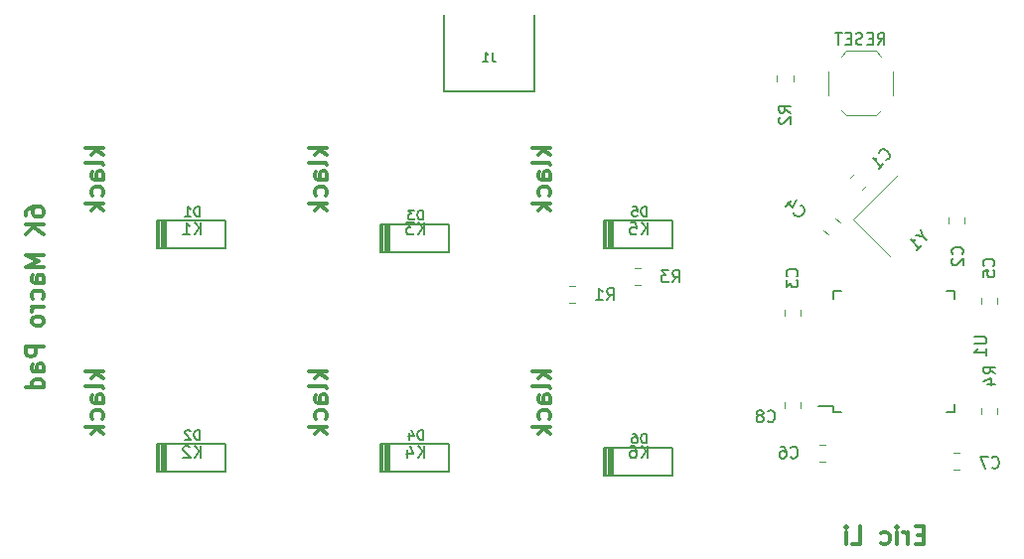
<source format=gbo>
%TF.GenerationSoftware,KiCad,Pcbnew,(5.1.6)-1*%
%TF.CreationDate,2020-07-25T03:11:20-04:00*%
%TF.ProjectId,myfirstKeyboard,6d796669-7273-4744-9b65-79626f617264,rev?*%
%TF.SameCoordinates,Original*%
%TF.FileFunction,Legend,Bot*%
%TF.FilePolarity,Positive*%
%FSLAX46Y46*%
G04 Gerber Fmt 4.6, Leading zero omitted, Abs format (unit mm)*
G04 Created by KiCad (PCBNEW (5.1.6)-1) date 2020-07-25 03:11:20*
%MOMM*%
%LPD*%
G01*
G04 APERTURE LIST*
%ADD10C,0.300000*%
%ADD11C,0.150000*%
%ADD12C,0.120000*%
%ADD13C,0.200000*%
%ADD14C,0.304800*%
%ADD15C,0.203200*%
G04 APERTURE END LIST*
D10*
X71568571Y-98374285D02*
X71568571Y-98088571D01*
X71640000Y-97945714D01*
X71711428Y-97874285D01*
X71925714Y-97731428D01*
X72211428Y-97660000D01*
X72782857Y-97660000D01*
X72925714Y-97731428D01*
X72997142Y-97802857D01*
X73068571Y-97945714D01*
X73068571Y-98231428D01*
X72997142Y-98374285D01*
X72925714Y-98445714D01*
X72782857Y-98517142D01*
X72425714Y-98517142D01*
X72282857Y-98445714D01*
X72211428Y-98374285D01*
X72140000Y-98231428D01*
X72140000Y-97945714D01*
X72211428Y-97802857D01*
X72282857Y-97731428D01*
X72425714Y-97660000D01*
X73068571Y-99160000D02*
X71568571Y-99160000D01*
X73068571Y-100017142D02*
X72211428Y-99374285D01*
X71568571Y-100017142D02*
X72425714Y-99160000D01*
X73068571Y-101802857D02*
X71568571Y-101802857D01*
X72640000Y-102302857D01*
X71568571Y-102802857D01*
X73068571Y-102802857D01*
X73068571Y-104160000D02*
X72282857Y-104160000D01*
X72140000Y-104088571D01*
X72068571Y-103945714D01*
X72068571Y-103660000D01*
X72140000Y-103517142D01*
X72997142Y-104160000D02*
X73068571Y-104017142D01*
X73068571Y-103660000D01*
X72997142Y-103517142D01*
X72854285Y-103445714D01*
X72711428Y-103445714D01*
X72568571Y-103517142D01*
X72497142Y-103660000D01*
X72497142Y-104017142D01*
X72425714Y-104160000D01*
X72997142Y-105517142D02*
X73068571Y-105374285D01*
X73068571Y-105088571D01*
X72997142Y-104945714D01*
X72925714Y-104874285D01*
X72782857Y-104802857D01*
X72354285Y-104802857D01*
X72211428Y-104874285D01*
X72140000Y-104945714D01*
X72068571Y-105088571D01*
X72068571Y-105374285D01*
X72140000Y-105517142D01*
X73068571Y-106160000D02*
X72068571Y-106160000D01*
X72354285Y-106160000D02*
X72211428Y-106231428D01*
X72140000Y-106302857D01*
X72068571Y-106445714D01*
X72068571Y-106588571D01*
X73068571Y-107302857D02*
X72997142Y-107160000D01*
X72925714Y-107088571D01*
X72782857Y-107017142D01*
X72354285Y-107017142D01*
X72211428Y-107088571D01*
X72140000Y-107160000D01*
X72068571Y-107302857D01*
X72068571Y-107517142D01*
X72140000Y-107660000D01*
X72211428Y-107731428D01*
X72354285Y-107802857D01*
X72782857Y-107802857D01*
X72925714Y-107731428D01*
X72997142Y-107660000D01*
X73068571Y-107517142D01*
X73068571Y-107302857D01*
X73068571Y-109588571D02*
X71568571Y-109588571D01*
X71568571Y-110160000D01*
X71640000Y-110302857D01*
X71711428Y-110374285D01*
X71854285Y-110445714D01*
X72068571Y-110445714D01*
X72211428Y-110374285D01*
X72282857Y-110302857D01*
X72354285Y-110160000D01*
X72354285Y-109588571D01*
X73068571Y-111731428D02*
X72282857Y-111731428D01*
X72140000Y-111660000D01*
X72068571Y-111517142D01*
X72068571Y-111231428D01*
X72140000Y-111088571D01*
X72997142Y-111731428D02*
X73068571Y-111588571D01*
X73068571Y-111231428D01*
X72997142Y-111088571D01*
X72854285Y-111017142D01*
X72711428Y-111017142D01*
X72568571Y-111088571D01*
X72497142Y-111231428D01*
X72497142Y-111588571D01*
X72425714Y-111731428D01*
X73068571Y-113088571D02*
X71568571Y-113088571D01*
X72997142Y-113088571D02*
X73068571Y-112945714D01*
X73068571Y-112660000D01*
X72997142Y-112517142D01*
X72925714Y-112445714D01*
X72782857Y-112374285D01*
X72354285Y-112374285D01*
X72211428Y-112445714D01*
X72140000Y-112517142D01*
X72068571Y-112660000D01*
X72068571Y-112945714D01*
X72140000Y-113088571D01*
X148101428Y-125622857D02*
X147601428Y-125622857D01*
X147387142Y-126408571D02*
X148101428Y-126408571D01*
X148101428Y-124908571D01*
X147387142Y-124908571D01*
X146744285Y-126408571D02*
X146744285Y-125408571D01*
X146744285Y-125694285D02*
X146672857Y-125551428D01*
X146601428Y-125480000D01*
X146458571Y-125408571D01*
X146315714Y-125408571D01*
X145815714Y-126408571D02*
X145815714Y-125408571D01*
X145815714Y-124908571D02*
X145887142Y-124980000D01*
X145815714Y-125051428D01*
X145744285Y-124980000D01*
X145815714Y-124908571D01*
X145815714Y-125051428D01*
X144458571Y-126337142D02*
X144601428Y-126408571D01*
X144887142Y-126408571D01*
X145030000Y-126337142D01*
X145101428Y-126265714D01*
X145172857Y-126122857D01*
X145172857Y-125694285D01*
X145101428Y-125551428D01*
X145030000Y-125480000D01*
X144887142Y-125408571D01*
X144601428Y-125408571D01*
X144458571Y-125480000D01*
X141958571Y-126408571D02*
X142672857Y-126408571D01*
X142672857Y-124908571D01*
X141458571Y-126408571D02*
X141458571Y-125408571D01*
X141458571Y-124908571D02*
X141530000Y-124980000D01*
X141458571Y-125051428D01*
X141387142Y-124980000D01*
X141458571Y-124908571D01*
X141458571Y-125051428D01*
D11*
%TO.C,U1*%
X140367000Y-115188750D02*
X140367000Y-114613750D01*
X150717000Y-115188750D02*
X150717000Y-114513750D01*
X150717000Y-104838750D02*
X150717000Y-105513750D01*
X140367000Y-104838750D02*
X140367000Y-105513750D01*
X140367000Y-115188750D02*
X141042000Y-115188750D01*
X140367000Y-104838750D02*
X141042000Y-104838750D01*
X150717000Y-104838750D02*
X150042000Y-104838750D01*
X150717000Y-115188750D02*
X150042000Y-115188750D01*
X140367000Y-114613750D02*
X139092000Y-114613750D01*
D12*
%TO.C,C1*%
X141807221Y-95186687D02*
X142176687Y-94817221D01*
X142811313Y-96190779D02*
X143180779Y-95821313D01*
%TO.C,C2*%
X151586000Y-99067252D02*
X151586000Y-98544748D01*
X150166000Y-99067252D02*
X150166000Y-98544748D01*
%TO.C,C3*%
X136196000Y-106932252D02*
X136196000Y-106409748D01*
X137616000Y-106932252D02*
X137616000Y-106409748D01*
%TO.C,C4*%
X140931995Y-99033903D02*
X140562529Y-98664437D01*
X139927903Y-100037995D02*
X139558437Y-99668529D01*
%TO.C,C5*%
X152960000Y-105916252D02*
X152960000Y-105393748D01*
X154380000Y-105916252D02*
X154380000Y-105393748D01*
%TO.C,C6*%
X139196068Y-119399120D02*
X139718572Y-119399120D01*
X139196068Y-117979120D02*
X139718572Y-117979120D01*
%TO.C,C7*%
X150614748Y-118670000D02*
X151137252Y-118670000D01*
X150614748Y-120090000D02*
X151137252Y-120090000D01*
%TO.C,C8*%
X136196000Y-114283748D02*
X136196000Y-114806252D01*
X137616000Y-114283748D02*
X137616000Y-114806252D01*
D13*
%TO.C,D1*%
X83450000Y-101212500D02*
X83450000Y-98812500D01*
X83275000Y-101212500D02*
X83275000Y-98812500D01*
X83100000Y-101212500D02*
X83100000Y-98812500D01*
X82700000Y-98812500D02*
X82700000Y-101212500D01*
X82925000Y-101212500D02*
X82925000Y-98812500D01*
X82800000Y-101212500D02*
X82800000Y-98812500D01*
X82725000Y-101212500D02*
X88525000Y-101212500D01*
X88525000Y-101212500D02*
X88525000Y-98812500D01*
X88525000Y-98812500D02*
X82725000Y-98812500D01*
%TO.C,D2*%
X88525000Y-117862500D02*
X82725000Y-117862500D01*
X88525000Y-120262500D02*
X88525000Y-117862500D01*
X82725000Y-120262500D02*
X88525000Y-120262500D01*
X82800000Y-120262500D02*
X82800000Y-117862500D01*
X82925000Y-120262500D02*
X82925000Y-117862500D01*
X82700000Y-117862500D02*
X82700000Y-120262500D01*
X83100000Y-120262500D02*
X83100000Y-117862500D01*
X83275000Y-120262500D02*
X83275000Y-117862500D01*
X83450000Y-120262500D02*
X83450000Y-117862500D01*
%TO.C,D3*%
X107575000Y-99130000D02*
X101775000Y-99130000D01*
X107575000Y-101530000D02*
X107575000Y-99130000D01*
X101775000Y-101530000D02*
X107575000Y-101530000D01*
X101850000Y-101530000D02*
X101850000Y-99130000D01*
X101975000Y-101530000D02*
X101975000Y-99130000D01*
X101750000Y-99130000D02*
X101750000Y-101530000D01*
X102150000Y-101530000D02*
X102150000Y-99130000D01*
X102325000Y-101530000D02*
X102325000Y-99130000D01*
X102500000Y-101530000D02*
X102500000Y-99130000D01*
%TO.C,D4*%
X102500000Y-120262500D02*
X102500000Y-117862500D01*
X102325000Y-120262500D02*
X102325000Y-117862500D01*
X102150000Y-120262500D02*
X102150000Y-117862500D01*
X101750000Y-117862500D02*
X101750000Y-120262500D01*
X101975000Y-120262500D02*
X101975000Y-117862500D01*
X101850000Y-120262500D02*
X101850000Y-117862500D01*
X101775000Y-120262500D02*
X107575000Y-120262500D01*
X107575000Y-120262500D02*
X107575000Y-117862500D01*
X107575000Y-117862500D02*
X101775000Y-117862500D01*
%TO.C,J1*%
X114875000Y-87776000D02*
X114875000Y-81276000D01*
X107175000Y-87776000D02*
X107175000Y-81276000D01*
X107175000Y-87776000D02*
X114875000Y-87776000D01*
D12*
%TO.C,R1*%
X118380252Y-104446000D02*
X117857748Y-104446000D01*
X118380252Y-105866000D02*
X117857748Y-105866000D01*
%TO.C,R2*%
X136981000Y-87011252D02*
X136981000Y-86488748D01*
X135561000Y-87011252D02*
X135561000Y-86488748D01*
%TO.C,R3*%
X123950252Y-104342000D02*
X123427748Y-104342000D01*
X123950252Y-102922000D02*
X123427748Y-102922000D01*
%TO.C,R4*%
X152960000Y-115323252D02*
X152960000Y-114800748D01*
X154380000Y-115323252D02*
X154380000Y-114800748D01*
%TO.C,RESET*%
X144423000Y-89417000D02*
X143973000Y-89867000D01*
X141023000Y-89417000D02*
X141473000Y-89867000D01*
X141023000Y-84817000D02*
X141473000Y-84367000D01*
X144423000Y-84817000D02*
X143973000Y-84367000D01*
X139973000Y-86117000D02*
X139973000Y-88117000D01*
X143973000Y-89867000D02*
X141473000Y-89867000D01*
X145473000Y-86117000D02*
X145473000Y-88117000D01*
X143973000Y-84367000D02*
X141473000Y-84367000D01*
D13*
%TO.C,D5*%
X121550000Y-101212500D02*
X121550000Y-98812500D01*
X121375000Y-101212500D02*
X121375000Y-98812500D01*
X121200000Y-101212500D02*
X121200000Y-98812500D01*
X120800000Y-98812500D02*
X120800000Y-101212500D01*
X121025000Y-101212500D02*
X121025000Y-98812500D01*
X120900000Y-101212500D02*
X120900000Y-98812500D01*
X120825000Y-101212500D02*
X126625000Y-101212500D01*
X126625000Y-101212500D02*
X126625000Y-98812500D01*
X126625000Y-98812500D02*
X120825000Y-98812500D01*
%TO.C,D6*%
X126625000Y-118180000D02*
X120825000Y-118180000D01*
X126625000Y-120580000D02*
X126625000Y-118180000D01*
X120825000Y-120580000D02*
X126625000Y-120580000D01*
X120900000Y-120580000D02*
X120900000Y-118180000D01*
X121025000Y-120580000D02*
X121025000Y-118180000D01*
X120800000Y-118180000D02*
X120800000Y-120580000D01*
X121200000Y-120580000D02*
X121200000Y-118180000D01*
X121375000Y-120580000D02*
X121375000Y-118180000D01*
X121550000Y-120580000D02*
X121550000Y-118180000D01*
D12*
%TO.C,Y1*%
X142077177Y-98778553D02*
X145895553Y-94960177D01*
X145188447Y-101889823D02*
X142077177Y-98778553D01*
%TO.C,U1*%
D11*
X152426420Y-108757815D02*
X153235944Y-108757815D01*
X153331182Y-108805434D01*
X153378801Y-108853053D01*
X153426420Y-108948291D01*
X153426420Y-109138767D01*
X153378801Y-109234005D01*
X153331182Y-109281624D01*
X153235944Y-109329243D01*
X152426420Y-109329243D01*
X153426420Y-110329243D02*
X153426420Y-109757815D01*
X153426420Y-110043529D02*
X152426420Y-110043529D01*
X152569278Y-109948291D01*
X152664516Y-109853053D01*
X152712135Y-109757815D01*
%TO.C,K6*%
D13*
X124563095Y-119070380D02*
X124563095Y-118070380D01*
X123991666Y-119070380D02*
X124420238Y-118498952D01*
X123991666Y-118070380D02*
X124563095Y-118641809D01*
X123134523Y-118070380D02*
X123325000Y-118070380D01*
X123420238Y-118118000D01*
X123467857Y-118165619D01*
X123563095Y-118308476D01*
X123610714Y-118498952D01*
X123610714Y-118879904D01*
X123563095Y-118975142D01*
X123515476Y-119022761D01*
X123420238Y-119070380D01*
X123229761Y-119070380D01*
X123134523Y-119022761D01*
X123086904Y-118975142D01*
X123039285Y-118879904D01*
X123039285Y-118641809D01*
X123086904Y-118546571D01*
X123134523Y-118498952D01*
X123229761Y-118451333D01*
X123420238Y-118451333D01*
X123515476Y-118498952D01*
X123563095Y-118546571D01*
X123610714Y-118641809D01*
D14*
X116259428Y-111687428D02*
X114735428Y-111687428D01*
X115678857Y-111832571D02*
X116259428Y-112268000D01*
X115243428Y-112268000D02*
X115824000Y-111687428D01*
X116259428Y-113138857D02*
X116186857Y-112993714D01*
X116041714Y-112921142D01*
X114735428Y-112921142D01*
X116259428Y-114372571D02*
X115461142Y-114372571D01*
X115316000Y-114300000D01*
X115243428Y-114154857D01*
X115243428Y-113864571D01*
X115316000Y-113719428D01*
X116186857Y-114372571D02*
X116259428Y-114227428D01*
X116259428Y-113864571D01*
X116186857Y-113719428D01*
X116041714Y-113646857D01*
X115896571Y-113646857D01*
X115751428Y-113719428D01*
X115678857Y-113864571D01*
X115678857Y-114227428D01*
X115606285Y-114372571D01*
X116186857Y-115751428D02*
X116259428Y-115606285D01*
X116259428Y-115316000D01*
X116186857Y-115170857D01*
X116114285Y-115098285D01*
X115969142Y-115025714D01*
X115533714Y-115025714D01*
X115388571Y-115098285D01*
X115316000Y-115170857D01*
X115243428Y-115316000D01*
X115243428Y-115606285D01*
X115316000Y-115751428D01*
X116259428Y-116404571D02*
X114735428Y-116404571D01*
X115678857Y-116549714D02*
X116259428Y-116985142D01*
X115243428Y-116985142D02*
X115824000Y-116404571D01*
%TO.C,K5*%
D13*
X124563095Y-100020380D02*
X124563095Y-99020380D01*
X123991666Y-100020380D02*
X124420238Y-99448952D01*
X123991666Y-99020380D02*
X124563095Y-99591809D01*
X123086904Y-99020380D02*
X123563095Y-99020380D01*
X123610714Y-99496571D01*
X123563095Y-99448952D01*
X123467857Y-99401333D01*
X123229761Y-99401333D01*
X123134523Y-99448952D01*
X123086904Y-99496571D01*
X123039285Y-99591809D01*
X123039285Y-99829904D01*
X123086904Y-99925142D01*
X123134523Y-99972761D01*
X123229761Y-100020380D01*
X123467857Y-100020380D01*
X123563095Y-99972761D01*
X123610714Y-99925142D01*
D14*
X116259428Y-92637428D02*
X114735428Y-92637428D01*
X115678857Y-92782571D02*
X116259428Y-93218000D01*
X115243428Y-93218000D02*
X115824000Y-92637428D01*
X116259428Y-94088857D02*
X116186857Y-93943714D01*
X116041714Y-93871142D01*
X114735428Y-93871142D01*
X116259428Y-95322571D02*
X115461142Y-95322571D01*
X115316000Y-95250000D01*
X115243428Y-95104857D01*
X115243428Y-94814571D01*
X115316000Y-94669428D01*
X116186857Y-95322571D02*
X116259428Y-95177428D01*
X116259428Y-94814571D01*
X116186857Y-94669428D01*
X116041714Y-94596857D01*
X115896571Y-94596857D01*
X115751428Y-94669428D01*
X115678857Y-94814571D01*
X115678857Y-95177428D01*
X115606285Y-95322571D01*
X116186857Y-96701428D02*
X116259428Y-96556285D01*
X116259428Y-96266000D01*
X116186857Y-96120857D01*
X116114285Y-96048285D01*
X115969142Y-95975714D01*
X115533714Y-95975714D01*
X115388571Y-96048285D01*
X115316000Y-96120857D01*
X115243428Y-96266000D01*
X115243428Y-96556285D01*
X115316000Y-96701428D01*
X116259428Y-97354571D02*
X114735428Y-97354571D01*
X115678857Y-97499714D02*
X116259428Y-97935142D01*
X115243428Y-97935142D02*
X115824000Y-97354571D01*
%TO.C,K4*%
D13*
X105513095Y-119070380D02*
X105513095Y-118070380D01*
X104941666Y-119070380D02*
X105370238Y-118498952D01*
X104941666Y-118070380D02*
X105513095Y-118641809D01*
X104084523Y-118403714D02*
X104084523Y-119070380D01*
X104322619Y-118022761D02*
X104560714Y-118737047D01*
X103941666Y-118737047D01*
D14*
X97209428Y-111687428D02*
X95685428Y-111687428D01*
X96628857Y-111832571D02*
X97209428Y-112268000D01*
X96193428Y-112268000D02*
X96774000Y-111687428D01*
X97209428Y-113138857D02*
X97136857Y-112993714D01*
X96991714Y-112921142D01*
X95685428Y-112921142D01*
X97209428Y-114372571D02*
X96411142Y-114372571D01*
X96266000Y-114300000D01*
X96193428Y-114154857D01*
X96193428Y-113864571D01*
X96266000Y-113719428D01*
X97136857Y-114372571D02*
X97209428Y-114227428D01*
X97209428Y-113864571D01*
X97136857Y-113719428D01*
X96991714Y-113646857D01*
X96846571Y-113646857D01*
X96701428Y-113719428D01*
X96628857Y-113864571D01*
X96628857Y-114227428D01*
X96556285Y-114372571D01*
X97136857Y-115751428D02*
X97209428Y-115606285D01*
X97209428Y-115316000D01*
X97136857Y-115170857D01*
X97064285Y-115098285D01*
X96919142Y-115025714D01*
X96483714Y-115025714D01*
X96338571Y-115098285D01*
X96266000Y-115170857D01*
X96193428Y-115316000D01*
X96193428Y-115606285D01*
X96266000Y-115751428D01*
X97209428Y-116404571D02*
X95685428Y-116404571D01*
X96628857Y-116549714D02*
X97209428Y-116985142D01*
X96193428Y-116985142D02*
X96774000Y-116404571D01*
%TO.C,K1*%
D13*
X86463095Y-100020380D02*
X86463095Y-99020380D01*
X85891666Y-100020380D02*
X86320238Y-99448952D01*
X85891666Y-99020380D02*
X86463095Y-99591809D01*
X84939285Y-100020380D02*
X85510714Y-100020380D01*
X85225000Y-100020380D02*
X85225000Y-99020380D01*
X85320238Y-99163238D01*
X85415476Y-99258476D01*
X85510714Y-99306095D01*
D14*
X78159428Y-92637428D02*
X76635428Y-92637428D01*
X77578857Y-92782571D02*
X78159428Y-93218000D01*
X77143428Y-93218000D02*
X77724000Y-92637428D01*
X78159428Y-94088857D02*
X78086857Y-93943714D01*
X77941714Y-93871142D01*
X76635428Y-93871142D01*
X78159428Y-95322571D02*
X77361142Y-95322571D01*
X77216000Y-95250000D01*
X77143428Y-95104857D01*
X77143428Y-94814571D01*
X77216000Y-94669428D01*
X78086857Y-95322571D02*
X78159428Y-95177428D01*
X78159428Y-94814571D01*
X78086857Y-94669428D01*
X77941714Y-94596857D01*
X77796571Y-94596857D01*
X77651428Y-94669428D01*
X77578857Y-94814571D01*
X77578857Y-95177428D01*
X77506285Y-95322571D01*
X78086857Y-96701428D02*
X78159428Y-96556285D01*
X78159428Y-96266000D01*
X78086857Y-96120857D01*
X78014285Y-96048285D01*
X77869142Y-95975714D01*
X77433714Y-95975714D01*
X77288571Y-96048285D01*
X77216000Y-96120857D01*
X77143428Y-96266000D01*
X77143428Y-96556285D01*
X77216000Y-96701428D01*
X78159428Y-97354571D02*
X76635428Y-97354571D01*
X77578857Y-97499714D02*
X78159428Y-97935142D01*
X77143428Y-97935142D02*
X77724000Y-97354571D01*
%TO.C,K2*%
D13*
X86463095Y-119070380D02*
X86463095Y-118070380D01*
X85891666Y-119070380D02*
X86320238Y-118498952D01*
X85891666Y-118070380D02*
X86463095Y-118641809D01*
X85510714Y-118165619D02*
X85463095Y-118118000D01*
X85367857Y-118070380D01*
X85129761Y-118070380D01*
X85034523Y-118118000D01*
X84986904Y-118165619D01*
X84939285Y-118260857D01*
X84939285Y-118356095D01*
X84986904Y-118498952D01*
X85558333Y-119070380D01*
X84939285Y-119070380D01*
D14*
X78159428Y-111687428D02*
X76635428Y-111687428D01*
X77578857Y-111832571D02*
X78159428Y-112268000D01*
X77143428Y-112268000D02*
X77724000Y-111687428D01*
X78159428Y-113138857D02*
X78086857Y-112993714D01*
X77941714Y-112921142D01*
X76635428Y-112921142D01*
X78159428Y-114372571D02*
X77361142Y-114372571D01*
X77216000Y-114300000D01*
X77143428Y-114154857D01*
X77143428Y-113864571D01*
X77216000Y-113719428D01*
X78086857Y-114372571D02*
X78159428Y-114227428D01*
X78159428Y-113864571D01*
X78086857Y-113719428D01*
X77941714Y-113646857D01*
X77796571Y-113646857D01*
X77651428Y-113719428D01*
X77578857Y-113864571D01*
X77578857Y-114227428D01*
X77506285Y-114372571D01*
X78086857Y-115751428D02*
X78159428Y-115606285D01*
X78159428Y-115316000D01*
X78086857Y-115170857D01*
X78014285Y-115098285D01*
X77869142Y-115025714D01*
X77433714Y-115025714D01*
X77288571Y-115098285D01*
X77216000Y-115170857D01*
X77143428Y-115316000D01*
X77143428Y-115606285D01*
X77216000Y-115751428D01*
X78159428Y-116404571D02*
X76635428Y-116404571D01*
X77578857Y-116549714D02*
X78159428Y-116985142D01*
X77143428Y-116985142D02*
X77724000Y-116404571D01*
%TO.C,C1*%
D11*
X144833681Y-93669395D02*
X144901024Y-93669395D01*
X145035711Y-93602051D01*
X145103055Y-93534708D01*
X145170398Y-93400020D01*
X145170398Y-93265333D01*
X145136727Y-93164318D01*
X145035711Y-92995959D01*
X144934696Y-92894944D01*
X144766337Y-92793929D01*
X144665322Y-92760257D01*
X144530635Y-92760257D01*
X144395948Y-92827601D01*
X144328604Y-92894944D01*
X144261261Y-93029631D01*
X144261261Y-93096975D01*
X144227589Y-94410173D02*
X144631650Y-94006112D01*
X144429620Y-94208143D02*
X143722513Y-93501036D01*
X143890872Y-93534708D01*
X144025559Y-93534708D01*
X144126574Y-93501036D01*
%TO.C,C2*%
X151360142Y-101687333D02*
X151407761Y-101639714D01*
X151455380Y-101496857D01*
X151455380Y-101401619D01*
X151407761Y-101258761D01*
X151312523Y-101163523D01*
X151217285Y-101115904D01*
X151026809Y-101068285D01*
X150883952Y-101068285D01*
X150693476Y-101115904D01*
X150598238Y-101163523D01*
X150503000Y-101258761D01*
X150455380Y-101401619D01*
X150455380Y-101496857D01*
X150503000Y-101639714D01*
X150550619Y-101687333D01*
X150550619Y-102068285D02*
X150503000Y-102115904D01*
X150455380Y-102211142D01*
X150455380Y-102449238D01*
X150503000Y-102544476D01*
X150550619Y-102592095D01*
X150645857Y-102639714D01*
X150741095Y-102639714D01*
X150883952Y-102592095D01*
X151455380Y-102020666D01*
X151455380Y-102639714D01*
%TO.C,C3*%
X137263142Y-103574333D02*
X137310761Y-103526714D01*
X137358380Y-103383857D01*
X137358380Y-103288619D01*
X137310761Y-103145761D01*
X137215523Y-103050523D01*
X137120285Y-103002904D01*
X136929809Y-102955285D01*
X136786952Y-102955285D01*
X136596476Y-103002904D01*
X136501238Y-103050523D01*
X136406000Y-103145761D01*
X136358380Y-103288619D01*
X136358380Y-103383857D01*
X136406000Y-103526714D01*
X136453619Y-103574333D01*
X136358380Y-103907666D02*
X136358380Y-104526714D01*
X136739333Y-104193380D01*
X136739333Y-104336238D01*
X136786952Y-104431476D01*
X136834571Y-104479095D01*
X136929809Y-104526714D01*
X137167904Y-104526714D01*
X137263142Y-104479095D01*
X137310761Y-104431476D01*
X137358380Y-104336238D01*
X137358380Y-104050523D01*
X137310761Y-103955285D01*
X137263142Y-103907666D01*
%TO.C,C4*%
X137025312Y-98160389D02*
X137025312Y-98227732D01*
X137092656Y-98362419D01*
X137160000Y-98429763D01*
X137294687Y-98497106D01*
X137429374Y-98497106D01*
X137530389Y-98463435D01*
X137698748Y-98362419D01*
X137799763Y-98261404D01*
X137900778Y-98093045D01*
X137934450Y-97992030D01*
X137934450Y-97857343D01*
X137867106Y-97722656D01*
X137799763Y-97655312D01*
X137665076Y-97587969D01*
X137597732Y-97587969D01*
X136823282Y-97150236D02*
X136351877Y-97621641D01*
X137261015Y-97049221D02*
X136924297Y-97722656D01*
X136486564Y-97284923D01*
%TO.C,C5*%
X154027142Y-102703333D02*
X154074761Y-102655714D01*
X154122380Y-102512857D01*
X154122380Y-102417619D01*
X154074761Y-102274761D01*
X153979523Y-102179523D01*
X153884285Y-102131904D01*
X153693809Y-102084285D01*
X153550952Y-102084285D01*
X153360476Y-102131904D01*
X153265238Y-102179523D01*
X153170000Y-102274761D01*
X153122380Y-102417619D01*
X153122380Y-102512857D01*
X153170000Y-102655714D01*
X153217619Y-102703333D01*
X153122380Y-103608095D02*
X153122380Y-103131904D01*
X153598571Y-103084285D01*
X153550952Y-103131904D01*
X153503333Y-103227142D01*
X153503333Y-103465238D01*
X153550952Y-103560476D01*
X153598571Y-103608095D01*
X153693809Y-103655714D01*
X153931904Y-103655714D01*
X154027142Y-103608095D01*
X154074761Y-103560476D01*
X154122380Y-103465238D01*
X154122380Y-103227142D01*
X154074761Y-103131904D01*
X154027142Y-103084285D01*
%TO.C,C6*%
X136737386Y-119010702D02*
X136785005Y-119058321D01*
X136927862Y-119105940D01*
X137023100Y-119105940D01*
X137165958Y-119058321D01*
X137261196Y-118963083D01*
X137308815Y-118867845D01*
X137356434Y-118677369D01*
X137356434Y-118534512D01*
X137308815Y-118344036D01*
X137261196Y-118248798D01*
X137165958Y-118153560D01*
X137023100Y-118105940D01*
X136927862Y-118105940D01*
X136785005Y-118153560D01*
X136737386Y-118201179D01*
X135880243Y-118105940D02*
X136070720Y-118105940D01*
X136165958Y-118153560D01*
X136213577Y-118201179D01*
X136308815Y-118344036D01*
X136356434Y-118534512D01*
X136356434Y-118915464D01*
X136308815Y-119010702D01*
X136261196Y-119058321D01*
X136165958Y-119105940D01*
X135975481Y-119105940D01*
X135880243Y-119058321D01*
X135832624Y-119010702D01*
X135785005Y-118915464D01*
X135785005Y-118677369D01*
X135832624Y-118582131D01*
X135880243Y-118534512D01*
X135975481Y-118486893D01*
X136165958Y-118486893D01*
X136261196Y-118534512D01*
X136308815Y-118582131D01*
X136356434Y-118677369D01*
%TO.C,C7*%
X153892546Y-119864142D02*
X153940165Y-119911761D01*
X154083022Y-119959380D01*
X154178260Y-119959380D01*
X154321118Y-119911761D01*
X154416356Y-119816523D01*
X154463975Y-119721285D01*
X154511594Y-119530809D01*
X154511594Y-119387952D01*
X154463975Y-119197476D01*
X154416356Y-119102238D01*
X154321118Y-119007000D01*
X154178260Y-118959380D01*
X154083022Y-118959380D01*
X153940165Y-119007000D01*
X153892546Y-119054619D01*
X153559213Y-118959380D02*
X152892546Y-118959380D01*
X153321118Y-119959380D01*
%TO.C,C8*%
X134786666Y-115927142D02*
X134834285Y-115974761D01*
X134977142Y-116022380D01*
X135072380Y-116022380D01*
X135215238Y-115974761D01*
X135310476Y-115879523D01*
X135358095Y-115784285D01*
X135405714Y-115593809D01*
X135405714Y-115450952D01*
X135358095Y-115260476D01*
X135310476Y-115165238D01*
X135215238Y-115070000D01*
X135072380Y-115022380D01*
X134977142Y-115022380D01*
X134834285Y-115070000D01*
X134786666Y-115117619D01*
X134215238Y-115450952D02*
X134310476Y-115403333D01*
X134358095Y-115355714D01*
X134405714Y-115260476D01*
X134405714Y-115212857D01*
X134358095Y-115117619D01*
X134310476Y-115070000D01*
X134215238Y-115022380D01*
X134024761Y-115022380D01*
X133929523Y-115070000D01*
X133881904Y-115117619D01*
X133834285Y-115212857D01*
X133834285Y-115260476D01*
X133881904Y-115355714D01*
X133929523Y-115403333D01*
X134024761Y-115450952D01*
X134215238Y-115450952D01*
X134310476Y-115498571D01*
X134358095Y-115546190D01*
X134405714Y-115641428D01*
X134405714Y-115831904D01*
X134358095Y-115927142D01*
X134310476Y-115974761D01*
X134215238Y-116022380D01*
X134024761Y-116022380D01*
X133929523Y-115974761D01*
X133881904Y-115927142D01*
X133834285Y-115831904D01*
X133834285Y-115641428D01*
X133881904Y-115546190D01*
X133929523Y-115498571D01*
X134024761Y-115450952D01*
%TO.C,D1*%
X86315476Y-98449404D02*
X86315476Y-97649404D01*
X86125000Y-97649404D01*
X86010714Y-97687500D01*
X85934523Y-97763690D01*
X85896428Y-97839880D01*
X85858333Y-97992261D01*
X85858333Y-98106547D01*
X85896428Y-98258928D01*
X85934523Y-98335119D01*
X86010714Y-98411309D01*
X86125000Y-98449404D01*
X86315476Y-98449404D01*
X85096428Y-98449404D02*
X85553571Y-98449404D01*
X85325000Y-98449404D02*
X85325000Y-97649404D01*
X85401190Y-97763690D01*
X85477380Y-97839880D01*
X85553571Y-97877976D01*
%TO.C,D2*%
X86315476Y-117499404D02*
X86315476Y-116699404D01*
X86125000Y-116699404D01*
X86010714Y-116737500D01*
X85934523Y-116813690D01*
X85896428Y-116889880D01*
X85858333Y-117042261D01*
X85858333Y-117156547D01*
X85896428Y-117308928D01*
X85934523Y-117385119D01*
X86010714Y-117461309D01*
X86125000Y-117499404D01*
X86315476Y-117499404D01*
X85553571Y-116775595D02*
X85515476Y-116737500D01*
X85439285Y-116699404D01*
X85248809Y-116699404D01*
X85172619Y-116737500D01*
X85134523Y-116775595D01*
X85096428Y-116851785D01*
X85096428Y-116927976D01*
X85134523Y-117042261D01*
X85591666Y-117499404D01*
X85096428Y-117499404D01*
%TO.C,D3*%
X105365476Y-98766904D02*
X105365476Y-97966904D01*
X105175000Y-97966904D01*
X105060714Y-98005000D01*
X104984523Y-98081190D01*
X104946428Y-98157380D01*
X104908333Y-98309761D01*
X104908333Y-98424047D01*
X104946428Y-98576428D01*
X104984523Y-98652619D01*
X105060714Y-98728809D01*
X105175000Y-98766904D01*
X105365476Y-98766904D01*
X104641666Y-97966904D02*
X104146428Y-97966904D01*
X104413095Y-98271666D01*
X104298809Y-98271666D01*
X104222619Y-98309761D01*
X104184523Y-98347857D01*
X104146428Y-98424047D01*
X104146428Y-98614523D01*
X104184523Y-98690714D01*
X104222619Y-98728809D01*
X104298809Y-98766904D01*
X104527380Y-98766904D01*
X104603571Y-98728809D01*
X104641666Y-98690714D01*
%TO.C,D4*%
X105365476Y-117499404D02*
X105365476Y-116699404D01*
X105175000Y-116699404D01*
X105060714Y-116737500D01*
X104984523Y-116813690D01*
X104946428Y-116889880D01*
X104908333Y-117042261D01*
X104908333Y-117156547D01*
X104946428Y-117308928D01*
X104984523Y-117385119D01*
X105060714Y-117461309D01*
X105175000Y-117499404D01*
X105365476Y-117499404D01*
X104222619Y-116966071D02*
X104222619Y-117499404D01*
X104413095Y-116661309D02*
X104603571Y-117232738D01*
X104108333Y-117232738D01*
%TO.C,J1*%
D15*
X111295933Y-84480895D02*
X111295933Y-85061466D01*
X111334638Y-85177580D01*
X111412047Y-85254990D01*
X111528161Y-85293695D01*
X111605571Y-85293695D01*
X110483133Y-85293695D02*
X110947590Y-85293695D01*
X110715361Y-85293695D02*
X110715361Y-84480895D01*
X110792771Y-84597009D01*
X110870180Y-84674419D01*
X110947590Y-84713123D01*
%TO.C,K3*%
D13*
X105513095Y-100020380D02*
X105513095Y-99020380D01*
X104941666Y-100020380D02*
X105370238Y-99448952D01*
X104941666Y-99020380D02*
X105513095Y-99591809D01*
X104608333Y-99020380D02*
X103989285Y-99020380D01*
X104322619Y-99401333D01*
X104179761Y-99401333D01*
X104084523Y-99448952D01*
X104036904Y-99496571D01*
X103989285Y-99591809D01*
X103989285Y-99829904D01*
X104036904Y-99925142D01*
X104084523Y-99972761D01*
X104179761Y-100020380D01*
X104465476Y-100020380D01*
X104560714Y-99972761D01*
X104608333Y-99925142D01*
D14*
X97209428Y-92637428D02*
X95685428Y-92637428D01*
X96628857Y-92782571D02*
X97209428Y-93218000D01*
X96193428Y-93218000D02*
X96774000Y-92637428D01*
X97209428Y-94088857D02*
X97136857Y-93943714D01*
X96991714Y-93871142D01*
X95685428Y-93871142D01*
X97209428Y-95322571D02*
X96411142Y-95322571D01*
X96266000Y-95250000D01*
X96193428Y-95104857D01*
X96193428Y-94814571D01*
X96266000Y-94669428D01*
X97136857Y-95322571D02*
X97209428Y-95177428D01*
X97209428Y-94814571D01*
X97136857Y-94669428D01*
X96991714Y-94596857D01*
X96846571Y-94596857D01*
X96701428Y-94669428D01*
X96628857Y-94814571D01*
X96628857Y-95177428D01*
X96556285Y-95322571D01*
X97136857Y-96701428D02*
X97209428Y-96556285D01*
X97209428Y-96266000D01*
X97136857Y-96120857D01*
X97064285Y-96048285D01*
X96919142Y-95975714D01*
X96483714Y-95975714D01*
X96338571Y-96048285D01*
X96266000Y-96120857D01*
X96193428Y-96266000D01*
X96193428Y-96556285D01*
X96266000Y-96701428D01*
X97209428Y-97354571D02*
X95685428Y-97354571D01*
X96628857Y-97499714D02*
X97209428Y-97935142D01*
X96193428Y-97935142D02*
X96774000Y-97354571D01*
%TO.C,R1*%
D11*
X121088666Y-105608380D02*
X121422000Y-105132190D01*
X121660095Y-105608380D02*
X121660095Y-104608380D01*
X121279142Y-104608380D01*
X121183904Y-104656000D01*
X121136285Y-104703619D01*
X121088666Y-104798857D01*
X121088666Y-104941714D01*
X121136285Y-105036952D01*
X121183904Y-105084571D01*
X121279142Y-105132190D01*
X121660095Y-105132190D01*
X120136285Y-105608380D02*
X120707714Y-105608380D01*
X120422000Y-105608380D02*
X120422000Y-104608380D01*
X120517238Y-104751238D01*
X120612476Y-104846476D01*
X120707714Y-104894095D01*
%TO.C,R2*%
X136723380Y-89640333D02*
X136247190Y-89307000D01*
X136723380Y-89068904D02*
X135723380Y-89068904D01*
X135723380Y-89449857D01*
X135771000Y-89545095D01*
X135818619Y-89592714D01*
X135913857Y-89640333D01*
X136056714Y-89640333D01*
X136151952Y-89592714D01*
X136199571Y-89545095D01*
X136247190Y-89449857D01*
X136247190Y-89068904D01*
X135818619Y-90021285D02*
X135771000Y-90068904D01*
X135723380Y-90164142D01*
X135723380Y-90402238D01*
X135771000Y-90497476D01*
X135818619Y-90545095D01*
X135913857Y-90592714D01*
X136009095Y-90592714D01*
X136151952Y-90545095D01*
X136723380Y-89973666D01*
X136723380Y-90592714D01*
%TO.C,R3*%
X126658666Y-104084380D02*
X126992000Y-103608190D01*
X127230095Y-104084380D02*
X127230095Y-103084380D01*
X126849142Y-103084380D01*
X126753904Y-103132000D01*
X126706285Y-103179619D01*
X126658666Y-103274857D01*
X126658666Y-103417714D01*
X126706285Y-103512952D01*
X126753904Y-103560571D01*
X126849142Y-103608190D01*
X127230095Y-103608190D01*
X126325333Y-103084380D02*
X125706285Y-103084380D01*
X126039619Y-103465333D01*
X125896761Y-103465333D01*
X125801523Y-103512952D01*
X125753904Y-103560571D01*
X125706285Y-103655809D01*
X125706285Y-103893904D01*
X125753904Y-103989142D01*
X125801523Y-104036761D01*
X125896761Y-104084380D01*
X126182476Y-104084380D01*
X126277714Y-104036761D01*
X126325333Y-103989142D01*
%TO.C,R4*%
X154193500Y-111903213D02*
X153717310Y-111569880D01*
X154193500Y-111331784D02*
X153193500Y-111331784D01*
X153193500Y-111712737D01*
X153241120Y-111807975D01*
X153288739Y-111855594D01*
X153383977Y-111903213D01*
X153526834Y-111903213D01*
X153622072Y-111855594D01*
X153669691Y-111807975D01*
X153717310Y-111712737D01*
X153717310Y-111331784D01*
X153526834Y-112760356D02*
X154193500Y-112760356D01*
X153145881Y-112522260D02*
X153860167Y-112284165D01*
X153860167Y-112903213D01*
%TO.C,RESET*%
X144150380Y-83819380D02*
X144483714Y-83343190D01*
X144721809Y-83819380D02*
X144721809Y-82819380D01*
X144340857Y-82819380D01*
X144245619Y-82867000D01*
X144198000Y-82914619D01*
X144150380Y-83009857D01*
X144150380Y-83152714D01*
X144198000Y-83247952D01*
X144245619Y-83295571D01*
X144340857Y-83343190D01*
X144721809Y-83343190D01*
X143721809Y-83295571D02*
X143388476Y-83295571D01*
X143245619Y-83819380D02*
X143721809Y-83819380D01*
X143721809Y-82819380D01*
X143245619Y-82819380D01*
X142864666Y-83771761D02*
X142721809Y-83819380D01*
X142483714Y-83819380D01*
X142388476Y-83771761D01*
X142340857Y-83724142D01*
X142293238Y-83628904D01*
X142293238Y-83533666D01*
X142340857Y-83438428D01*
X142388476Y-83390809D01*
X142483714Y-83343190D01*
X142674190Y-83295571D01*
X142769428Y-83247952D01*
X142817047Y-83200333D01*
X142864666Y-83105095D01*
X142864666Y-83009857D01*
X142817047Y-82914619D01*
X142769428Y-82867000D01*
X142674190Y-82819380D01*
X142436095Y-82819380D01*
X142293238Y-82867000D01*
X141864666Y-83295571D02*
X141531333Y-83295571D01*
X141388476Y-83819380D02*
X141864666Y-83819380D01*
X141864666Y-82819380D01*
X141388476Y-82819380D01*
X141102761Y-82819380D02*
X140531333Y-82819380D01*
X140817047Y-83819380D02*
X140817047Y-82819380D01*
%TO.C,D5*%
X124415476Y-98449404D02*
X124415476Y-97649404D01*
X124225000Y-97649404D01*
X124110714Y-97687500D01*
X124034523Y-97763690D01*
X123996428Y-97839880D01*
X123958333Y-97992261D01*
X123958333Y-98106547D01*
X123996428Y-98258928D01*
X124034523Y-98335119D01*
X124110714Y-98411309D01*
X124225000Y-98449404D01*
X124415476Y-98449404D01*
X123234523Y-97649404D02*
X123615476Y-97649404D01*
X123653571Y-98030357D01*
X123615476Y-97992261D01*
X123539285Y-97954166D01*
X123348809Y-97954166D01*
X123272619Y-97992261D01*
X123234523Y-98030357D01*
X123196428Y-98106547D01*
X123196428Y-98297023D01*
X123234523Y-98373214D01*
X123272619Y-98411309D01*
X123348809Y-98449404D01*
X123539285Y-98449404D01*
X123615476Y-98411309D01*
X123653571Y-98373214D01*
%TO.C,D6*%
X124415476Y-117816904D02*
X124415476Y-117016904D01*
X124225000Y-117016904D01*
X124110714Y-117055000D01*
X124034523Y-117131190D01*
X123996428Y-117207380D01*
X123958333Y-117359761D01*
X123958333Y-117474047D01*
X123996428Y-117626428D01*
X124034523Y-117702619D01*
X124110714Y-117778809D01*
X124225000Y-117816904D01*
X124415476Y-117816904D01*
X123272619Y-117016904D02*
X123425000Y-117016904D01*
X123501190Y-117055000D01*
X123539285Y-117093095D01*
X123615476Y-117207380D01*
X123653571Y-117359761D01*
X123653571Y-117664523D01*
X123615476Y-117740714D01*
X123577380Y-117778809D01*
X123501190Y-117816904D01*
X123348809Y-117816904D01*
X123272619Y-117778809D01*
X123234523Y-117740714D01*
X123196428Y-117664523D01*
X123196428Y-117474047D01*
X123234523Y-117397857D01*
X123272619Y-117359761D01*
X123348809Y-117321666D01*
X123501190Y-117321666D01*
X123577380Y-117359761D01*
X123615476Y-117397857D01*
X123653571Y-117474047D01*
%TO.C,Y1*%
X147983201Y-100192766D02*
X148319919Y-100529484D01*
X147848514Y-99586675D02*
X147983201Y-100192766D01*
X147377110Y-100058079D01*
X147478125Y-101371277D02*
X147882186Y-100967216D01*
X147680155Y-101169247D02*
X146973049Y-100462140D01*
X147141407Y-100495812D01*
X147276094Y-100495812D01*
X147377110Y-100462140D01*
%TD*%
M02*

</source>
